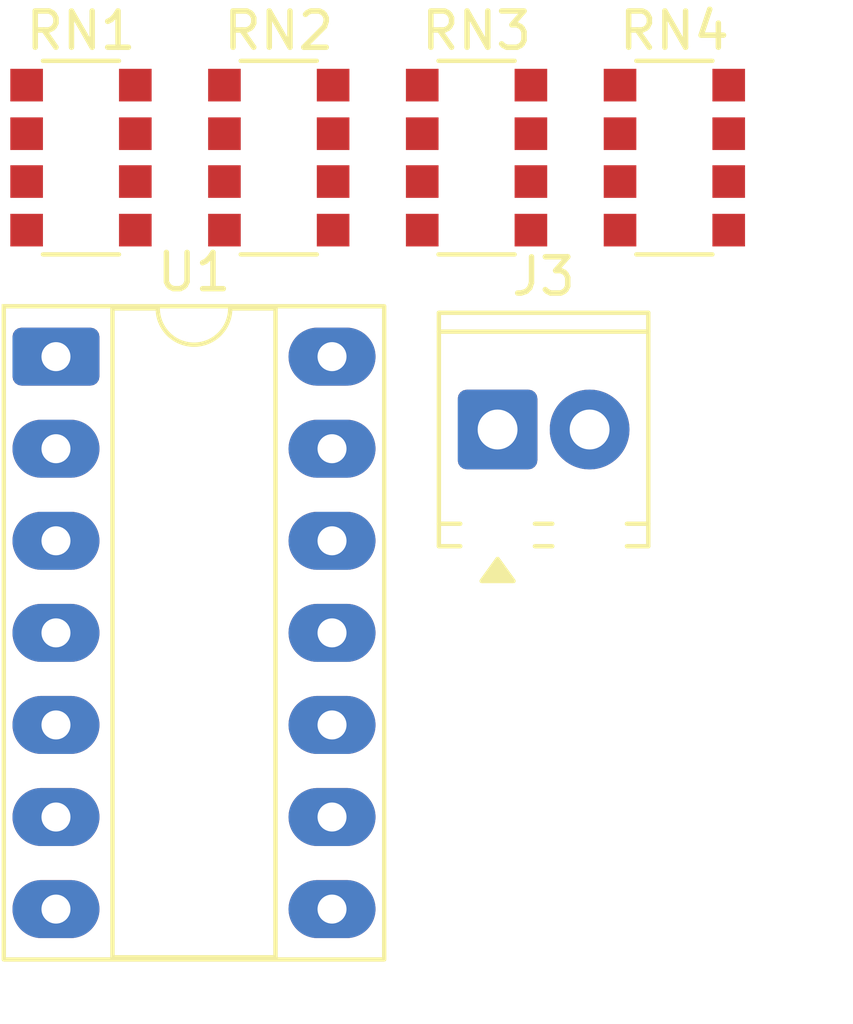
<source format=kicad_pcb>
(kicad_pcb (version 20241229) (generator "pcbnew") (generator_version "9.0")
  (layers (0 "F.Cu" signal) (2 "B.Cu" signal) (13 "F.Paste" user) (15 "B.Paste" user) (5 "F.SilkS" user "F.Silkscreen") (7 "B.SilkS" user "B.Silkscreen") (1 "F.Mask" user) (3 "B.Mask" user) (25 "Edge.Cuts" user))
  (net 0 "")
  (net 1 "Vdrive")
  (net 2 "GND")
  (net 3 "/OUT3_RTN")
  (net 4 "/OUT4_RTN")
  (net 5 "/OUT1_RTN")
  (net 6 "/OUT2_RTN")
  (net 7 "/OUT2_SRC")
  (net 8 "/OUT3_SRC")
  (net 9 "/OUT4_SRC")
  (net 10 "/OUT1_SRC")
  (net 11 "/OUT1_TRANSLATED")
  (net 12 "/OUT4_TRANSLATED")
  (net 13 "/OUT2_TRANSLATED")
  (net 14 "/OUT3_TRANSLATED")
  (footprint "Resistor_SMD:R_Array_Convex_4x1206" (layer "F.Cu") (at 143.438 72.764)
    (property "Reference" "RN3" (at 0 -3.5 0) (layer "F.SilkS"))
    (property "Value" "0R")
    (fp_line (start 1.05 -2.67) (end -1.05 -2.67) (stroke (width 0.12)) (layer "F.SilkS"))
    (fp_line (start 1.05 2.67) (end -1.05 2.67) (stroke (width 0.12)) (layer "F.SilkS"))
    (pad "1" smd rect (at -1.5 -2) (size 0.9 0.9) (layers "F.Cu" "F.Mask" "F.Paste") (net 12 "/OUT4_TRANSLATED"))
    (pad "2" smd rect (at -1.5 -0.66) (size 0.9 0.9) (layers "F.Cu" "F.Mask" "F.Paste") (net 14 "/OUT3_TRANSLATED"))
    (pad "3" smd rect (at -1.5 0.66) (size 0.9 0.9) (layers "F.Cu" "F.Mask" "F.Paste") (net 13 "/OUT2_TRANSLATED"))
    (pad "4" smd rect (at -1.5 2) (size 0.9 0.9) (layers "F.Cu" "F.Mask" "F.Paste") (net 11 "/OUT1_TRANSLATED"))
    (pad "5" smd rect (at 1.5 2) (size 0.9 0.9) (layers "F.Cu" "F.Mask" "F.Paste") (net 10 "/OUT1_SRC"))
    (pad "6" smd rect (at 1.5 0.66) (size 0.9 0.9) (layers "F.Cu" "F.Mask" "F.Paste") (net 7 "/OUT2_SRC"))
    (pad "7" smd rect (at 1.5 -0.66) (size 0.9 0.9) (layers "F.Cu" "F.Mask" "F.Paste") (net 8 "/OUT3_SRC"))
    (pad "8" smd rect (at 1.5 -2) (size 0.9 0.9) (layers "F.Cu" "F.Mask" "F.Paste") (net 9 "/OUT4_SRC"))
  )
  (footprint "Resistor_SMD:R_Array_Convex_4x1206" (layer "F.Cu") (at 137.978 72.764)
    (property "Reference" "RN2" (at 0 -3.5 0) (layer "F.SilkS"))
    (property "Value" "10k")
    (fp_line (start 1.05 -2.67) (end -1.05 -2.67) (stroke (width 0.12)) (layer "F.SilkS"))
    (fp_line (start 1.05 2.67) (end -1.05 2.67) (stroke (width 0.12)) (layer "F.SilkS"))
    (pad "1" smd rect (at -1.5 -2) (size 0.9 0.9) (layers "F.Cu" "F.Mask" "F.Paste") (net 10 "/OUT1_SRC"))
    (pad "2" smd rect (at -1.5 -0.66) (size 0.9 0.9) (layers "F.Cu" "F.Mask" "F.Paste") (net 7 "/OUT2_SRC"))
    (pad "3" smd rect (at -1.5 0.66) (size 0.9 0.9) (layers "F.Cu" "F.Mask" "F.Paste") (net 8 "/OUT3_SRC"))
    (pad "4" smd rect (at -1.5 2) (size 0.9 0.9) (layers "F.Cu" "F.Mask" "F.Paste") (net 9 "/OUT4_SRC"))
    (pad "5" smd rect (at 1.5 2) (size 0.9 0.9) (layers "F.Cu" "F.Mask" "F.Paste") (net 1 "Vdrive"))
    (pad "6" smd rect (at 1.5 0.66) (size 0.9 0.9) (layers "F.Cu" "F.Mask" "F.Paste") (net 1 "Vdrive"))
    (pad "7" smd rect (at 1.5 -0.66) (size 0.9 0.9) (layers "F.Cu" "F.Mask" "F.Paste") (net 1 "Vdrive"))
    (pad "8" smd rect (at 1.5 -2) (size 0.9 0.9) (layers "F.Cu" "F.Mask" "F.Paste") (net 1 "Vdrive"))
  )
  (footprint "TerminalBlock_Phoenix:TerminalBlock_Phoenix_MPT-0,5-2-2.54_1x02_P2.54mm_Horizontal" (layer "F.Cu") (at 144.018 80.264)
    (property "Reference" "J3" (at 1.27 -4.22 0) (layer "F.SilkS"))
    (property "Value" "Screw_Terminal_01x02")
    (fp_line (start -1.62 -3.22) (end 4.16 -3.22) (stroke (width 0.12)) (layer "F.SilkS"))
    (fp_line (start -1.62 -2.7) (end 4.16 -2.7) (stroke (width 0.12)) (layer "F.SilkS"))
    (fp_line (start -1.62 2.6) (end -1.03 2.6) (stroke (width 0.12)) (layer "F.SilkS"))
    (fp_line (start -1.62 3.22) (end -1.62 -3.22) (stroke (width 0.12)) (layer "F.SilkS"))
    (fp_line (start -1.03 3.22) (end -1.62 3.22) (stroke (width 0.12)) (layer "F.SilkS"))
    (fp_line (start 1.03 2.6) (end 1.51 2.6) (stroke (width 0.12)) (layer "F.SilkS"))
    (fp_line (start 1.51 3.22) (end 1.03 3.22) (stroke (width 0.12)) (layer "F.SilkS"))
    (fp_line (start 3.57 2.6) (end 4.16 2.6) (stroke (width 0.12)) (layer "F.SilkS"))
    (fp_line (start 4.16 -3.22) (end 4.16 3.22) (stroke (width 0.12)) (layer "F.SilkS"))
    (fp_line (start 4.16 3.22) (end 3.57 3.22) (stroke (width 0.12)) (layer "F.SilkS"))
    (fp_poly (pts (xy 0 3.57) (xy 0.44 4.18) (xy -0.44 4.18)) (stroke (width 0.12)) (fill yes) (layer "F.SilkS"))
    (pad "" np_thru_hole circle (at 0 2.54) (size 1.1 1.1) (drill 1.1) (layers "*.Cu" "*.Mask"))
    (pad "" np_thru_hole circle (at 2.54 2.54) (size 1.1 1.1) (drill 1.1) (layers "*.Cu" "*.Mask"))
    (pad "1" thru_hole roundrect (at 0 0) (size 2.2 2.2) (drill 1.1) (layers "*.Cu" "*.Mask") (roundrect_rratio 0.113636) (net 2 "GND"))
    (pad "2" thru_hole circle (at 2.54 0) (size 2.2 2.2) (drill 1.1) (layers "*.Cu" "*.Mask") (net 1 "Vdrive"))
  )
  (footprint "Resistor_SMD:R_Array_Convex_4x1206" (layer "F.Cu") (at 148.898 72.764)
    (property "Reference" "RN4" (at 0 -3.5 0) (layer "F.SilkS"))
    (property "Value" "0R")
    (fp_line (start 1.05 -2.67) (end -1.05 -2.67) (stroke (width 0.12)) (layer "F.SilkS"))
    (fp_line (start 1.05 2.67) (end -1.05 2.67) (stroke (width 0.12)) (layer "F.SilkS"))
    (pad "1" smd rect (at -1.5 -2) (size 0.9 0.9) (layers "F.Cu" "F.Mask" "F.Paste"))
    (pad "2" smd rect (at -1.5 -0.66) (size 0.9 0.9) (layers "F.Cu" "F.Mask" "F.Paste"))
    (pad "3" smd rect (at -1.5 0.66) (size 0.9 0.9) (layers "F.Cu" "F.Mask" "F.Paste"))
    (pad "4" smd rect (at -1.5 2) (size 0.9 0.9) (layers "F.Cu" "F.Mask" "F.Paste"))
    (pad "5" smd rect (at 1.5 2) (size 0.9 0.9) (layers "F.Cu" "F.Mask" "F.Paste") (net 10 "/OUT1_SRC"))
    (pad "6" smd rect (at 1.5 0.66) (size 0.9 0.9) (layers "F.Cu" "F.Mask" "F.Paste") (net 7 "/OUT2_SRC"))
    (pad "7" smd rect (at 1.5 -0.66) (size 0.9 0.9) (layers "F.Cu" "F.Mask" "F.Paste") (net 8 "/OUT3_SRC"))
    (pad "8" smd rect (at 1.5 -2) (size 0.9 0.9) (layers "F.Cu" "F.Mask" "F.Paste") (net 9 "/OUT4_SRC"))
  )
  (footprint "Resistor_SMD:R_Array_Convex_4x1206" (layer "F.Cu") (at 132.518 72.764)
    (property "Reference" "RN1" (at 0 -3.5 0) (layer "F.SilkS"))
    (property "Value" "0R")
    (fp_line (start 1.05 -2.67) (end -1.05 -2.67) (stroke (width 0.12)) (layer "F.SilkS"))
    (fp_line (start 1.05 2.67) (end -1.05 2.67) (stroke (width 0.12)) (layer "F.SilkS"))
    (pad "1" smd rect (at -1.5 -2) (size 0.9 0.9) (layers "F.Cu" "F.Mask" "F.Paste") (net 2 "GND"))
    (pad "2" smd rect (at -1.5 -0.66) (size 0.9 0.9) (layers "F.Cu" "F.Mask" "F.Paste") (net 2 "GND"))
    (pad "3" smd rect (at -1.5 0.66) (size 0.9 0.9) (layers "F.Cu" "F.Mask" "F.Paste") (net 2 "GND"))
    (pad "4" smd rect (at -1.5 2) (size 0.9 0.9) (layers "F.Cu" "F.Mask" "F.Paste") (net 2 "GND"))
    (pad "5" smd rect (at 1.5 2) (size 0.9 0.9) (layers "F.Cu" "F.Mask" "F.Paste") (net 5 "/OUT1_RTN"))
    (pad "6" smd rect (at 1.5 0.66) (size 0.9 0.9) (layers "F.Cu" "F.Mask" "F.Paste") (net 6 "/OUT2_RTN"))
    (pad "7" smd rect (at 1.5 -0.66) (size 0.9 0.9) (layers "F.Cu" "F.Mask" "F.Paste") (net 3 "/OUT3_RTN"))
    (pad "8" smd rect (at 1.5 -2) (size 0.9 0.9) (layers "F.Cu" "F.Mask" "F.Paste") (net 4 "/OUT4_RTN"))
  )
  (footprint "Package_DIP:DIP-14_W7.62mm_Socket_LongPads" (layer "F.Cu") (at 131.828 78.254)
    (property "Reference" "U1" (at 3.81 -2.33 0) (layer "F.SilkS"))
    (property "Value" "74LS125")
    (fp_line (start 1.56 -1.33) (end 1.56 16.57) (stroke (width 0.12)) (layer "F.SilkS"))
    (fp_line (start 1.56 16.57) (end 6.06 16.57) (stroke (width 0.12)) (layer "F.SilkS"))
    (fp_line (start 2.81 -1.33) (end 1.56 -1.33) (stroke (width 0.12)) (layer "F.SilkS"))
    (fp_line (start 6.06 -1.33) (end 4.81 -1.33) (stroke (width 0.12)) (layer "F.SilkS"))
    (fp_line (start 6.06 16.57) (end 6.06 -1.33) (stroke (width 0.12)) (layer "F.SilkS"))
    (fp_rect (start -1.44 -1.39) (end 9.06 16.63) (stroke (width 0.12)) (fill no) (layer "F.SilkS"))
    (fp_arc (start 4.81 -1.33) (mid 3.81 -0.33) (end 2.81 -1.33) (stroke (width 0.12)) (layer "F.SilkS"))
    (pad "1" thru_hole roundrect (at 0 0) (size 2.4 1.6) (drill 0.8) (layers "*.Cu" "*.Mask") (roundrect_rratio 0.15625))
    (pad "2" thru_hole oval (at 0 2.54) (size 2.4 1.6) (drill 0.8) (layers "*.Cu" "*.Mask"))
    (pad "3" thru_hole oval (at 0 5.08) (size 2.4 1.6) (drill 0.8) (layers "*.Cu" "*.Mask"))
    (pad "4" thru_hole oval (at 0 7.62) (size 2.4 1.6) (drill 0.8) (layers "*.Cu" "*.Mask"))
    (pad "5" thru_hole oval (at 0 10.16) (size 2.4 1.6) (drill 0.8) (layers "*.Cu" "*.Mask"))
    (pad "6" thru_hole oval (at 0 12.7) (size 2.4 1.6) (drill 0.8) (layers "*.Cu" "*.Mask"))
    (pad "7" thru_hole oval (at 0 15.24) (size 2.4 1.6) (drill 0.8) (layers "*.Cu" "*.Mask"))
    (pad "8" thru_hole oval (at 7.62 15.24) (size 2.4 1.6) (drill 0.8) (layers "*.Cu" "*.Mask"))
    (pad "9" thru_hole oval (at 7.62 12.7) (size 2.4 1.6) (drill 0.8) (layers "*.Cu" "*.Mask"))
    (pad "10" thru_hole oval (at 7.62 10.16) (size 2.4 1.6) (drill 0.8) (layers "*.Cu" "*.Mask"))
    (pad "11" thru_hole oval (at 7.62 7.62) (size 2.4 1.6) (drill 0.8) (layers "*.Cu" "*.Mask"))
    (pad "12" thru_hole oval (at 7.62 5.08) (size 2.4 1.6) (drill 0.8) (layers "*.Cu" "*.Mask"))
    (pad "13" thru_hole oval (at 7.62 2.54) (size 2.4 1.6) (drill 0.8) (layers "*.Cu" "*.Mask"))
    (pad "14" thru_hole oval (at 7.62 0) (size 2.4 1.6) (drill 0.8) (layers "*.Cu" "*.Mask"))
  )
)
</source>
